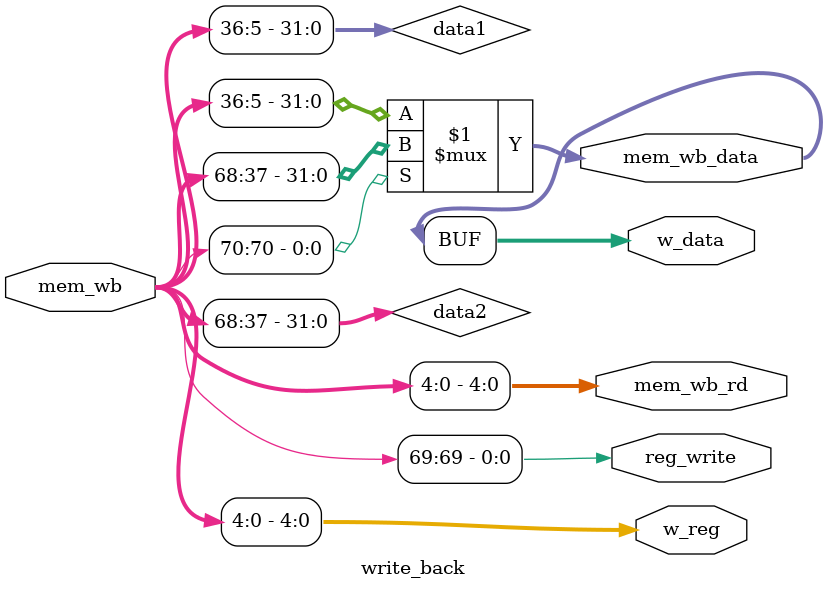
<source format=v>
`timescale 1ns / 1ps


module write_back(
input [70:0]mem_wb,
output [4:0]w_reg,
output [31:0]w_data,
output reg_write,
output [31:0]mem_wb_data,
output [4:0]mem_wb_rd
    );
wire [31:0]data1,data2;
assign w_reg=mem_wb[4:0];
assign data1=mem_wb[36:5];
assign data2=mem_wb[68:37];
assign w_data=mem_wb[70]?data2:data1;
assign reg_write=mem_wb[69];
assign mem_wb_data=w_data;  
assign mem_wb_rd=mem_wb[4:0];  
endmodule

</source>
